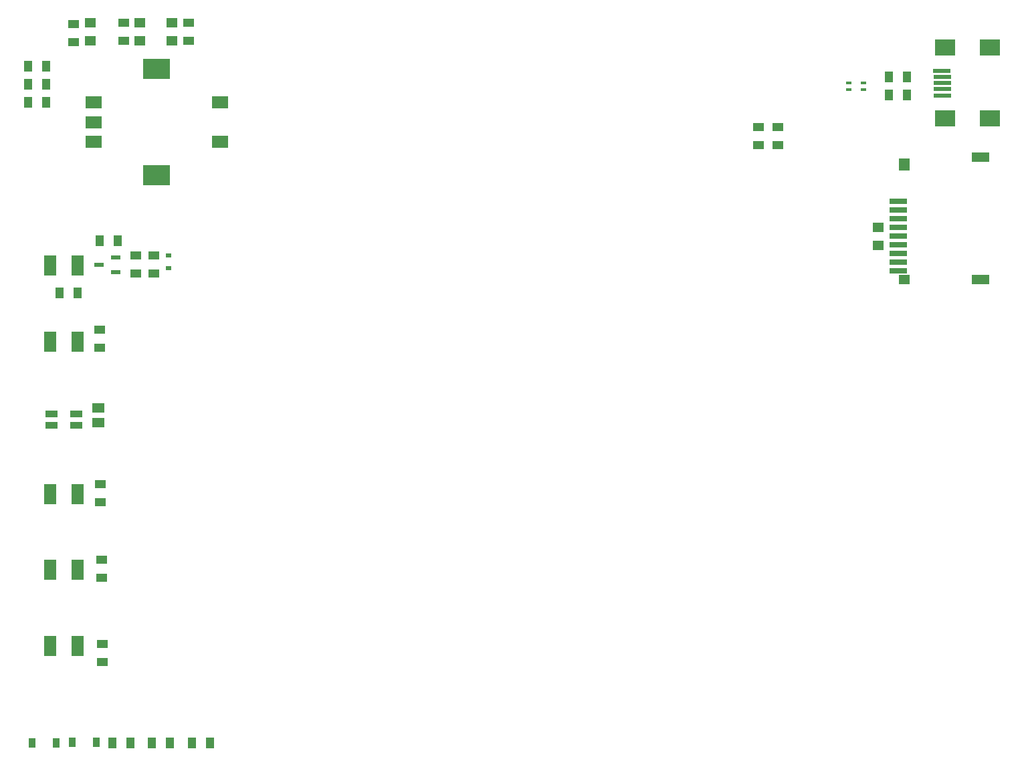
<source format=gtp>
G04*
G04 #@! TF.GenerationSoftware,Altium Limited,Altium Designer,20.1.7 (139)*
G04*
G04 Layer_Color=8421504*
%FSTAX24Y24*%
%MOIN*%
G70*
G04*
G04 #@! TF.SameCoordinates,F0BF9DC0-9546-437B-B132-7D81F4AFA61C*
G04*
G04*
G04 #@! TF.FilePolarity,Positive*
G04*
G01*
G75*
%ADD20R,0.0315X0.0157*%
%ADD21R,0.0984X0.0787*%
%ADD22R,0.0886X0.0197*%
%ADD23R,0.0550X0.0394*%
%ADD24R,0.0492X0.0236*%
%ADD25R,0.0394X0.0550*%
%ADD26R,0.0600X0.1000*%
%ADD27R,0.1378X0.0984*%
%ADD28R,0.0787X0.0591*%
%ADD29R,0.0866X0.0276*%
%ADD30R,0.0551X0.0472*%
%ADD31R,0.0866X0.0472*%
%ADD32R,0.0551X0.0630*%
%ADD33R,0.0591X0.0354*%
%ADD34R,0.0550X0.0500*%
%ADD35R,0.0354X0.0472*%
%ADD36R,0.0354X0.0472*%
%ADD37R,0.0315X0.0236*%
%ADD38R,0.0591X0.0512*%
D20*
X073146Y045593D02*
D03*
Y045907D02*
D03*
X073854D02*
D03*
Y045593D02*
D03*
D21*
X077925Y044138D02*
D03*
X080185Y044137D02*
D03*
Y04768D02*
D03*
X077925Y047682D02*
D03*
D22*
X077805Y04529D02*
D03*
X0778Y0456D02*
D03*
X077795Y04591D02*
D03*
X07779Y04622D02*
D03*
X077785Y04653D02*
D03*
D23*
X0359Y02215D02*
D03*
Y02125D02*
D03*
X0358Y0336D02*
D03*
Y0327D02*
D03*
X06865Y0437D02*
D03*
Y0428D02*
D03*
X0696Y0428D02*
D03*
Y0437D02*
D03*
X0385Y0364D02*
D03*
Y0373D02*
D03*
X03595Y01705D02*
D03*
Y01795D02*
D03*
X0376Y0364D02*
D03*
Y0373D02*
D03*
X04025Y048D02*
D03*
Y0489D02*
D03*
X037Y048D02*
D03*
Y0489D02*
D03*
X0345Y04885D02*
D03*
Y04795D02*
D03*
X03585Y025D02*
D03*
Y0259D02*
D03*
D24*
X035787Y03685D02*
D03*
X036613Y037226D02*
D03*
Y036474D02*
D03*
D25*
X0367Y03805D02*
D03*
X0358D02*
D03*
X0413Y013D02*
D03*
X0404D02*
D03*
X07515Y0453D02*
D03*
X07605D02*
D03*
X07515Y0462D02*
D03*
X07605D02*
D03*
X03735Y013D02*
D03*
X03645D02*
D03*
X0393D02*
D03*
X0384D02*
D03*
X0338Y03545D02*
D03*
X0347D02*
D03*
X03315Y04495D02*
D03*
X03225D02*
D03*
X03315Y04585D02*
D03*
X03225D02*
D03*
X03315Y04675D02*
D03*
X03225D02*
D03*
D26*
X03335Y01785D02*
D03*
X0347D02*
D03*
Y03301D02*
D03*
X03335D02*
D03*
X0347Y0368D02*
D03*
X03335D02*
D03*
X0347Y02164D02*
D03*
X03335D02*
D03*
X0347Y02543D02*
D03*
X03335D02*
D03*
D27*
X03865Y041305D02*
D03*
Y04662D02*
D03*
D28*
X0355Y043963D02*
D03*
Y042978D02*
D03*
Y044947D02*
D03*
X0418D02*
D03*
Y042978D02*
D03*
D29*
X075606Y03655D02*
D03*
Y036983D02*
D03*
Y037417D02*
D03*
Y03785D02*
D03*
Y038283D02*
D03*
Y038716D02*
D03*
Y039149D02*
D03*
Y039582D02*
D03*
Y040015D02*
D03*
D30*
X07592Y036098D02*
D03*
D31*
X0797D02*
D03*
Y0422D02*
D03*
D32*
X07592Y041846D02*
D03*
D33*
X034635Y02885D02*
D03*
Y029408D02*
D03*
X033415Y028851D02*
D03*
Y029408D02*
D03*
D34*
X0746Y0378D02*
D03*
Y0387D02*
D03*
X0394Y0489D02*
D03*
Y048D02*
D03*
X0378Y0489D02*
D03*
Y048D02*
D03*
X03535Y0489D02*
D03*
Y048D02*
D03*
D35*
X03365Y013D02*
D03*
X03565Y01305D02*
D03*
D36*
X03245Y013D02*
D03*
X03445Y01305D02*
D03*
D37*
X03925Y036685D02*
D03*
Y037315D02*
D03*
D38*
X035753Y029726D02*
D03*
Y028978D02*
D03*
M02*

</source>
